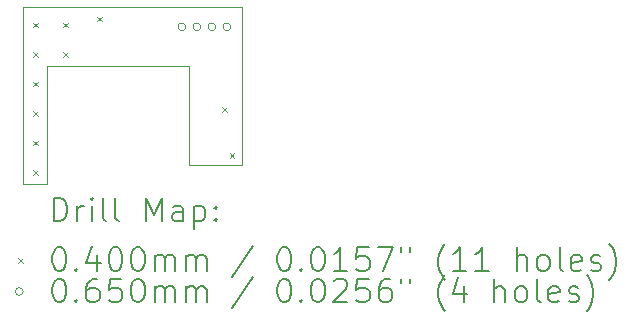
<source format=gbr>
%FSLAX45Y45*%
G04 Gerber Fmt 4.5, Leading zero omitted, Abs format (unit mm)*
G04 Created by KiCad (PCBNEW (6.0.6)) date 2022-07-17 20:24:15*
%MOMM*%
%LPD*%
G01*
G04 APERTURE LIST*
%TA.AperFunction,Profile*%
%ADD10C,0.050000*%
%TD*%
%ADD11C,0.200000*%
%ADD12C,0.040000*%
%ADD13C,0.065000*%
G04 APERTURE END LIST*
D10*
X16050000Y-9338000D02*
X15600000Y-9338000D01*
X14400000Y-8500000D02*
X15600000Y-8500000D01*
X14200000Y-9500000D02*
X14200000Y-8000000D01*
X14400000Y-9500000D02*
X14400000Y-8500000D01*
X15600000Y-8500000D02*
X15600000Y-9338000D01*
X14400000Y-9500000D02*
X14200000Y-9500000D01*
X16050000Y-8000000D02*
X16050000Y-9338000D01*
X14200000Y-8000000D02*
X16050000Y-8000000D01*
D11*
D12*
X14280000Y-8130000D02*
X14320000Y-8170000D01*
X14320000Y-8130000D02*
X14280000Y-8170000D01*
X14280000Y-8380000D02*
X14320000Y-8420000D01*
X14320000Y-8380000D02*
X14280000Y-8420000D01*
X14280000Y-8630000D02*
X14320000Y-8670000D01*
X14320000Y-8630000D02*
X14280000Y-8670000D01*
X14280000Y-8880000D02*
X14320000Y-8920000D01*
X14320000Y-8880000D02*
X14280000Y-8920000D01*
X14280000Y-9130000D02*
X14320000Y-9170000D01*
X14320000Y-9130000D02*
X14280000Y-9170000D01*
X14280000Y-9380000D02*
X14320000Y-9420000D01*
X14320000Y-9380000D02*
X14280000Y-9420000D01*
X14534000Y-8130000D02*
X14574000Y-8170000D01*
X14574000Y-8130000D02*
X14534000Y-8170000D01*
X14534000Y-8380000D02*
X14574000Y-8420000D01*
X14574000Y-8380000D02*
X14534000Y-8420000D01*
X14822000Y-8080000D02*
X14862000Y-8120000D01*
X14862000Y-8080000D02*
X14822000Y-8120000D01*
X15880000Y-8847000D02*
X15920000Y-8887000D01*
X15920000Y-8847000D02*
X15880000Y-8887000D01*
X15946000Y-9238000D02*
X15986000Y-9278000D01*
X15986000Y-9238000D02*
X15946000Y-9278000D01*
D13*
X15573500Y-8167000D02*
G75*
G03*
X15573500Y-8167000I-32500J0D01*
G01*
X15700500Y-8167000D02*
G75*
G03*
X15700500Y-8167000I-32500J0D01*
G01*
X15827500Y-8167000D02*
G75*
G03*
X15827500Y-8167000I-32500J0D01*
G01*
X15954500Y-8167000D02*
G75*
G03*
X15954500Y-8167000I-32500J0D01*
G01*
D11*
X14455119Y-9812976D02*
X14455119Y-9612976D01*
X14502738Y-9612976D01*
X14531309Y-9622500D01*
X14550357Y-9641548D01*
X14559881Y-9660595D01*
X14569405Y-9698690D01*
X14569405Y-9727262D01*
X14559881Y-9765357D01*
X14550357Y-9784405D01*
X14531309Y-9803452D01*
X14502738Y-9812976D01*
X14455119Y-9812976D01*
X14655119Y-9812976D02*
X14655119Y-9679643D01*
X14655119Y-9717738D02*
X14664643Y-9698690D01*
X14674167Y-9689167D01*
X14693214Y-9679643D01*
X14712262Y-9679643D01*
X14778928Y-9812976D02*
X14778928Y-9679643D01*
X14778928Y-9612976D02*
X14769405Y-9622500D01*
X14778928Y-9632024D01*
X14788452Y-9622500D01*
X14778928Y-9612976D01*
X14778928Y-9632024D01*
X14902738Y-9812976D02*
X14883690Y-9803452D01*
X14874167Y-9784405D01*
X14874167Y-9612976D01*
X15007500Y-9812976D02*
X14988452Y-9803452D01*
X14978928Y-9784405D01*
X14978928Y-9612976D01*
X15236071Y-9812976D02*
X15236071Y-9612976D01*
X15302738Y-9755833D01*
X15369405Y-9612976D01*
X15369405Y-9812976D01*
X15550357Y-9812976D02*
X15550357Y-9708214D01*
X15540833Y-9689167D01*
X15521786Y-9679643D01*
X15483690Y-9679643D01*
X15464643Y-9689167D01*
X15550357Y-9803452D02*
X15531309Y-9812976D01*
X15483690Y-9812976D01*
X15464643Y-9803452D01*
X15455119Y-9784405D01*
X15455119Y-9765357D01*
X15464643Y-9746310D01*
X15483690Y-9736786D01*
X15531309Y-9736786D01*
X15550357Y-9727262D01*
X15645595Y-9679643D02*
X15645595Y-9879643D01*
X15645595Y-9689167D02*
X15664643Y-9679643D01*
X15702738Y-9679643D01*
X15721786Y-9689167D01*
X15731309Y-9698690D01*
X15740833Y-9717738D01*
X15740833Y-9774881D01*
X15731309Y-9793929D01*
X15721786Y-9803452D01*
X15702738Y-9812976D01*
X15664643Y-9812976D01*
X15645595Y-9803452D01*
X15826548Y-9793929D02*
X15836071Y-9803452D01*
X15826548Y-9812976D01*
X15817024Y-9803452D01*
X15826548Y-9793929D01*
X15826548Y-9812976D01*
X15826548Y-9689167D02*
X15836071Y-9698690D01*
X15826548Y-9708214D01*
X15817024Y-9698690D01*
X15826548Y-9689167D01*
X15826548Y-9708214D01*
D12*
X14157500Y-10122500D02*
X14197500Y-10162500D01*
X14197500Y-10122500D02*
X14157500Y-10162500D01*
D11*
X14493214Y-10032976D02*
X14512262Y-10032976D01*
X14531309Y-10042500D01*
X14540833Y-10052024D01*
X14550357Y-10071071D01*
X14559881Y-10109167D01*
X14559881Y-10156786D01*
X14550357Y-10194881D01*
X14540833Y-10213929D01*
X14531309Y-10223452D01*
X14512262Y-10232976D01*
X14493214Y-10232976D01*
X14474167Y-10223452D01*
X14464643Y-10213929D01*
X14455119Y-10194881D01*
X14445595Y-10156786D01*
X14445595Y-10109167D01*
X14455119Y-10071071D01*
X14464643Y-10052024D01*
X14474167Y-10042500D01*
X14493214Y-10032976D01*
X14645595Y-10213929D02*
X14655119Y-10223452D01*
X14645595Y-10232976D01*
X14636071Y-10223452D01*
X14645595Y-10213929D01*
X14645595Y-10232976D01*
X14826548Y-10099643D02*
X14826548Y-10232976D01*
X14778928Y-10023452D02*
X14731309Y-10166310D01*
X14855119Y-10166310D01*
X14969405Y-10032976D02*
X14988452Y-10032976D01*
X15007500Y-10042500D01*
X15017024Y-10052024D01*
X15026548Y-10071071D01*
X15036071Y-10109167D01*
X15036071Y-10156786D01*
X15026548Y-10194881D01*
X15017024Y-10213929D01*
X15007500Y-10223452D01*
X14988452Y-10232976D01*
X14969405Y-10232976D01*
X14950357Y-10223452D01*
X14940833Y-10213929D01*
X14931309Y-10194881D01*
X14921786Y-10156786D01*
X14921786Y-10109167D01*
X14931309Y-10071071D01*
X14940833Y-10052024D01*
X14950357Y-10042500D01*
X14969405Y-10032976D01*
X15159881Y-10032976D02*
X15178928Y-10032976D01*
X15197976Y-10042500D01*
X15207500Y-10052024D01*
X15217024Y-10071071D01*
X15226548Y-10109167D01*
X15226548Y-10156786D01*
X15217024Y-10194881D01*
X15207500Y-10213929D01*
X15197976Y-10223452D01*
X15178928Y-10232976D01*
X15159881Y-10232976D01*
X15140833Y-10223452D01*
X15131309Y-10213929D01*
X15121786Y-10194881D01*
X15112262Y-10156786D01*
X15112262Y-10109167D01*
X15121786Y-10071071D01*
X15131309Y-10052024D01*
X15140833Y-10042500D01*
X15159881Y-10032976D01*
X15312262Y-10232976D02*
X15312262Y-10099643D01*
X15312262Y-10118690D02*
X15321786Y-10109167D01*
X15340833Y-10099643D01*
X15369405Y-10099643D01*
X15388452Y-10109167D01*
X15397976Y-10128214D01*
X15397976Y-10232976D01*
X15397976Y-10128214D02*
X15407500Y-10109167D01*
X15426548Y-10099643D01*
X15455119Y-10099643D01*
X15474167Y-10109167D01*
X15483690Y-10128214D01*
X15483690Y-10232976D01*
X15578928Y-10232976D02*
X15578928Y-10099643D01*
X15578928Y-10118690D02*
X15588452Y-10109167D01*
X15607500Y-10099643D01*
X15636071Y-10099643D01*
X15655119Y-10109167D01*
X15664643Y-10128214D01*
X15664643Y-10232976D01*
X15664643Y-10128214D02*
X15674167Y-10109167D01*
X15693214Y-10099643D01*
X15721786Y-10099643D01*
X15740833Y-10109167D01*
X15750357Y-10128214D01*
X15750357Y-10232976D01*
X16140833Y-10023452D02*
X15969405Y-10280595D01*
X16397976Y-10032976D02*
X16417024Y-10032976D01*
X16436071Y-10042500D01*
X16445595Y-10052024D01*
X16455119Y-10071071D01*
X16464643Y-10109167D01*
X16464643Y-10156786D01*
X16455119Y-10194881D01*
X16445595Y-10213929D01*
X16436071Y-10223452D01*
X16417024Y-10232976D01*
X16397976Y-10232976D01*
X16378928Y-10223452D01*
X16369405Y-10213929D01*
X16359881Y-10194881D01*
X16350357Y-10156786D01*
X16350357Y-10109167D01*
X16359881Y-10071071D01*
X16369405Y-10052024D01*
X16378928Y-10042500D01*
X16397976Y-10032976D01*
X16550357Y-10213929D02*
X16559881Y-10223452D01*
X16550357Y-10232976D01*
X16540833Y-10223452D01*
X16550357Y-10213929D01*
X16550357Y-10232976D01*
X16683690Y-10032976D02*
X16702738Y-10032976D01*
X16721786Y-10042500D01*
X16731309Y-10052024D01*
X16740833Y-10071071D01*
X16750357Y-10109167D01*
X16750357Y-10156786D01*
X16740833Y-10194881D01*
X16731309Y-10213929D01*
X16721786Y-10223452D01*
X16702738Y-10232976D01*
X16683690Y-10232976D01*
X16664643Y-10223452D01*
X16655119Y-10213929D01*
X16645595Y-10194881D01*
X16636071Y-10156786D01*
X16636071Y-10109167D01*
X16645595Y-10071071D01*
X16655119Y-10052024D01*
X16664643Y-10042500D01*
X16683690Y-10032976D01*
X16940833Y-10232976D02*
X16826548Y-10232976D01*
X16883690Y-10232976D02*
X16883690Y-10032976D01*
X16864643Y-10061548D01*
X16845595Y-10080595D01*
X16826548Y-10090119D01*
X17121786Y-10032976D02*
X17026548Y-10032976D01*
X17017024Y-10128214D01*
X17026548Y-10118690D01*
X17045595Y-10109167D01*
X17093214Y-10109167D01*
X17112262Y-10118690D01*
X17121786Y-10128214D01*
X17131310Y-10147262D01*
X17131310Y-10194881D01*
X17121786Y-10213929D01*
X17112262Y-10223452D01*
X17093214Y-10232976D01*
X17045595Y-10232976D01*
X17026548Y-10223452D01*
X17017024Y-10213929D01*
X17197976Y-10032976D02*
X17331310Y-10032976D01*
X17245595Y-10232976D01*
X17397976Y-10032976D02*
X17397976Y-10071071D01*
X17474167Y-10032976D02*
X17474167Y-10071071D01*
X17769405Y-10309167D02*
X17759881Y-10299643D01*
X17740833Y-10271071D01*
X17731310Y-10252024D01*
X17721786Y-10223452D01*
X17712262Y-10175833D01*
X17712262Y-10137738D01*
X17721786Y-10090119D01*
X17731310Y-10061548D01*
X17740833Y-10042500D01*
X17759881Y-10013929D01*
X17769405Y-10004405D01*
X17950357Y-10232976D02*
X17836071Y-10232976D01*
X17893214Y-10232976D02*
X17893214Y-10032976D01*
X17874167Y-10061548D01*
X17855119Y-10080595D01*
X17836071Y-10090119D01*
X18140833Y-10232976D02*
X18026548Y-10232976D01*
X18083690Y-10232976D02*
X18083690Y-10032976D01*
X18064643Y-10061548D01*
X18045595Y-10080595D01*
X18026548Y-10090119D01*
X18378929Y-10232976D02*
X18378929Y-10032976D01*
X18464643Y-10232976D02*
X18464643Y-10128214D01*
X18455119Y-10109167D01*
X18436071Y-10099643D01*
X18407500Y-10099643D01*
X18388452Y-10109167D01*
X18378929Y-10118690D01*
X18588452Y-10232976D02*
X18569405Y-10223452D01*
X18559881Y-10213929D01*
X18550357Y-10194881D01*
X18550357Y-10137738D01*
X18559881Y-10118690D01*
X18569405Y-10109167D01*
X18588452Y-10099643D01*
X18617024Y-10099643D01*
X18636071Y-10109167D01*
X18645595Y-10118690D01*
X18655119Y-10137738D01*
X18655119Y-10194881D01*
X18645595Y-10213929D01*
X18636071Y-10223452D01*
X18617024Y-10232976D01*
X18588452Y-10232976D01*
X18769405Y-10232976D02*
X18750357Y-10223452D01*
X18740833Y-10204405D01*
X18740833Y-10032976D01*
X18921786Y-10223452D02*
X18902738Y-10232976D01*
X18864643Y-10232976D01*
X18845595Y-10223452D01*
X18836071Y-10204405D01*
X18836071Y-10128214D01*
X18845595Y-10109167D01*
X18864643Y-10099643D01*
X18902738Y-10099643D01*
X18921786Y-10109167D01*
X18931310Y-10128214D01*
X18931310Y-10147262D01*
X18836071Y-10166310D01*
X19007500Y-10223452D02*
X19026548Y-10232976D01*
X19064643Y-10232976D01*
X19083690Y-10223452D01*
X19093214Y-10204405D01*
X19093214Y-10194881D01*
X19083690Y-10175833D01*
X19064643Y-10166310D01*
X19036071Y-10166310D01*
X19017024Y-10156786D01*
X19007500Y-10137738D01*
X19007500Y-10128214D01*
X19017024Y-10109167D01*
X19036071Y-10099643D01*
X19064643Y-10099643D01*
X19083690Y-10109167D01*
X19159881Y-10309167D02*
X19169405Y-10299643D01*
X19188452Y-10271071D01*
X19197976Y-10252024D01*
X19207500Y-10223452D01*
X19217024Y-10175833D01*
X19217024Y-10137738D01*
X19207500Y-10090119D01*
X19197976Y-10061548D01*
X19188452Y-10042500D01*
X19169405Y-10013929D01*
X19159881Y-10004405D01*
D13*
X14197500Y-10406500D02*
G75*
G03*
X14197500Y-10406500I-32500J0D01*
G01*
D11*
X14493214Y-10296976D02*
X14512262Y-10296976D01*
X14531309Y-10306500D01*
X14540833Y-10316024D01*
X14550357Y-10335071D01*
X14559881Y-10373167D01*
X14559881Y-10420786D01*
X14550357Y-10458881D01*
X14540833Y-10477929D01*
X14531309Y-10487452D01*
X14512262Y-10496976D01*
X14493214Y-10496976D01*
X14474167Y-10487452D01*
X14464643Y-10477929D01*
X14455119Y-10458881D01*
X14445595Y-10420786D01*
X14445595Y-10373167D01*
X14455119Y-10335071D01*
X14464643Y-10316024D01*
X14474167Y-10306500D01*
X14493214Y-10296976D01*
X14645595Y-10477929D02*
X14655119Y-10487452D01*
X14645595Y-10496976D01*
X14636071Y-10487452D01*
X14645595Y-10477929D01*
X14645595Y-10496976D01*
X14826548Y-10296976D02*
X14788452Y-10296976D01*
X14769405Y-10306500D01*
X14759881Y-10316024D01*
X14740833Y-10344595D01*
X14731309Y-10382690D01*
X14731309Y-10458881D01*
X14740833Y-10477929D01*
X14750357Y-10487452D01*
X14769405Y-10496976D01*
X14807500Y-10496976D01*
X14826548Y-10487452D01*
X14836071Y-10477929D01*
X14845595Y-10458881D01*
X14845595Y-10411262D01*
X14836071Y-10392214D01*
X14826548Y-10382690D01*
X14807500Y-10373167D01*
X14769405Y-10373167D01*
X14750357Y-10382690D01*
X14740833Y-10392214D01*
X14731309Y-10411262D01*
X15026548Y-10296976D02*
X14931309Y-10296976D01*
X14921786Y-10392214D01*
X14931309Y-10382690D01*
X14950357Y-10373167D01*
X14997976Y-10373167D01*
X15017024Y-10382690D01*
X15026548Y-10392214D01*
X15036071Y-10411262D01*
X15036071Y-10458881D01*
X15026548Y-10477929D01*
X15017024Y-10487452D01*
X14997976Y-10496976D01*
X14950357Y-10496976D01*
X14931309Y-10487452D01*
X14921786Y-10477929D01*
X15159881Y-10296976D02*
X15178928Y-10296976D01*
X15197976Y-10306500D01*
X15207500Y-10316024D01*
X15217024Y-10335071D01*
X15226548Y-10373167D01*
X15226548Y-10420786D01*
X15217024Y-10458881D01*
X15207500Y-10477929D01*
X15197976Y-10487452D01*
X15178928Y-10496976D01*
X15159881Y-10496976D01*
X15140833Y-10487452D01*
X15131309Y-10477929D01*
X15121786Y-10458881D01*
X15112262Y-10420786D01*
X15112262Y-10373167D01*
X15121786Y-10335071D01*
X15131309Y-10316024D01*
X15140833Y-10306500D01*
X15159881Y-10296976D01*
X15312262Y-10496976D02*
X15312262Y-10363643D01*
X15312262Y-10382690D02*
X15321786Y-10373167D01*
X15340833Y-10363643D01*
X15369405Y-10363643D01*
X15388452Y-10373167D01*
X15397976Y-10392214D01*
X15397976Y-10496976D01*
X15397976Y-10392214D02*
X15407500Y-10373167D01*
X15426548Y-10363643D01*
X15455119Y-10363643D01*
X15474167Y-10373167D01*
X15483690Y-10392214D01*
X15483690Y-10496976D01*
X15578928Y-10496976D02*
X15578928Y-10363643D01*
X15578928Y-10382690D02*
X15588452Y-10373167D01*
X15607500Y-10363643D01*
X15636071Y-10363643D01*
X15655119Y-10373167D01*
X15664643Y-10392214D01*
X15664643Y-10496976D01*
X15664643Y-10392214D02*
X15674167Y-10373167D01*
X15693214Y-10363643D01*
X15721786Y-10363643D01*
X15740833Y-10373167D01*
X15750357Y-10392214D01*
X15750357Y-10496976D01*
X16140833Y-10287452D02*
X15969405Y-10544595D01*
X16397976Y-10296976D02*
X16417024Y-10296976D01*
X16436071Y-10306500D01*
X16445595Y-10316024D01*
X16455119Y-10335071D01*
X16464643Y-10373167D01*
X16464643Y-10420786D01*
X16455119Y-10458881D01*
X16445595Y-10477929D01*
X16436071Y-10487452D01*
X16417024Y-10496976D01*
X16397976Y-10496976D01*
X16378928Y-10487452D01*
X16369405Y-10477929D01*
X16359881Y-10458881D01*
X16350357Y-10420786D01*
X16350357Y-10373167D01*
X16359881Y-10335071D01*
X16369405Y-10316024D01*
X16378928Y-10306500D01*
X16397976Y-10296976D01*
X16550357Y-10477929D02*
X16559881Y-10487452D01*
X16550357Y-10496976D01*
X16540833Y-10487452D01*
X16550357Y-10477929D01*
X16550357Y-10496976D01*
X16683690Y-10296976D02*
X16702738Y-10296976D01*
X16721786Y-10306500D01*
X16731309Y-10316024D01*
X16740833Y-10335071D01*
X16750357Y-10373167D01*
X16750357Y-10420786D01*
X16740833Y-10458881D01*
X16731309Y-10477929D01*
X16721786Y-10487452D01*
X16702738Y-10496976D01*
X16683690Y-10496976D01*
X16664643Y-10487452D01*
X16655119Y-10477929D01*
X16645595Y-10458881D01*
X16636071Y-10420786D01*
X16636071Y-10373167D01*
X16645595Y-10335071D01*
X16655119Y-10316024D01*
X16664643Y-10306500D01*
X16683690Y-10296976D01*
X16826548Y-10316024D02*
X16836071Y-10306500D01*
X16855119Y-10296976D01*
X16902738Y-10296976D01*
X16921786Y-10306500D01*
X16931310Y-10316024D01*
X16940833Y-10335071D01*
X16940833Y-10354119D01*
X16931310Y-10382690D01*
X16817024Y-10496976D01*
X16940833Y-10496976D01*
X17121786Y-10296976D02*
X17026548Y-10296976D01*
X17017024Y-10392214D01*
X17026548Y-10382690D01*
X17045595Y-10373167D01*
X17093214Y-10373167D01*
X17112262Y-10382690D01*
X17121786Y-10392214D01*
X17131310Y-10411262D01*
X17131310Y-10458881D01*
X17121786Y-10477929D01*
X17112262Y-10487452D01*
X17093214Y-10496976D01*
X17045595Y-10496976D01*
X17026548Y-10487452D01*
X17017024Y-10477929D01*
X17302738Y-10296976D02*
X17264643Y-10296976D01*
X17245595Y-10306500D01*
X17236071Y-10316024D01*
X17217024Y-10344595D01*
X17207500Y-10382690D01*
X17207500Y-10458881D01*
X17217024Y-10477929D01*
X17226548Y-10487452D01*
X17245595Y-10496976D01*
X17283690Y-10496976D01*
X17302738Y-10487452D01*
X17312262Y-10477929D01*
X17321786Y-10458881D01*
X17321786Y-10411262D01*
X17312262Y-10392214D01*
X17302738Y-10382690D01*
X17283690Y-10373167D01*
X17245595Y-10373167D01*
X17226548Y-10382690D01*
X17217024Y-10392214D01*
X17207500Y-10411262D01*
X17397976Y-10296976D02*
X17397976Y-10335071D01*
X17474167Y-10296976D02*
X17474167Y-10335071D01*
X17769405Y-10573167D02*
X17759881Y-10563643D01*
X17740833Y-10535071D01*
X17731310Y-10516024D01*
X17721786Y-10487452D01*
X17712262Y-10439833D01*
X17712262Y-10401738D01*
X17721786Y-10354119D01*
X17731310Y-10325548D01*
X17740833Y-10306500D01*
X17759881Y-10277929D01*
X17769405Y-10268405D01*
X17931310Y-10363643D02*
X17931310Y-10496976D01*
X17883690Y-10287452D02*
X17836071Y-10430310D01*
X17959881Y-10430310D01*
X18188452Y-10496976D02*
X18188452Y-10296976D01*
X18274167Y-10496976D02*
X18274167Y-10392214D01*
X18264643Y-10373167D01*
X18245595Y-10363643D01*
X18217024Y-10363643D01*
X18197976Y-10373167D01*
X18188452Y-10382690D01*
X18397976Y-10496976D02*
X18378929Y-10487452D01*
X18369405Y-10477929D01*
X18359881Y-10458881D01*
X18359881Y-10401738D01*
X18369405Y-10382690D01*
X18378929Y-10373167D01*
X18397976Y-10363643D01*
X18426548Y-10363643D01*
X18445595Y-10373167D01*
X18455119Y-10382690D01*
X18464643Y-10401738D01*
X18464643Y-10458881D01*
X18455119Y-10477929D01*
X18445595Y-10487452D01*
X18426548Y-10496976D01*
X18397976Y-10496976D01*
X18578929Y-10496976D02*
X18559881Y-10487452D01*
X18550357Y-10468405D01*
X18550357Y-10296976D01*
X18731310Y-10487452D02*
X18712262Y-10496976D01*
X18674167Y-10496976D01*
X18655119Y-10487452D01*
X18645595Y-10468405D01*
X18645595Y-10392214D01*
X18655119Y-10373167D01*
X18674167Y-10363643D01*
X18712262Y-10363643D01*
X18731310Y-10373167D01*
X18740833Y-10392214D01*
X18740833Y-10411262D01*
X18645595Y-10430310D01*
X18817024Y-10487452D02*
X18836071Y-10496976D01*
X18874167Y-10496976D01*
X18893214Y-10487452D01*
X18902738Y-10468405D01*
X18902738Y-10458881D01*
X18893214Y-10439833D01*
X18874167Y-10430310D01*
X18845595Y-10430310D01*
X18826548Y-10420786D01*
X18817024Y-10401738D01*
X18817024Y-10392214D01*
X18826548Y-10373167D01*
X18845595Y-10363643D01*
X18874167Y-10363643D01*
X18893214Y-10373167D01*
X18969405Y-10573167D02*
X18978929Y-10563643D01*
X18997976Y-10535071D01*
X19007500Y-10516024D01*
X19017024Y-10487452D01*
X19026548Y-10439833D01*
X19026548Y-10401738D01*
X19017024Y-10354119D01*
X19007500Y-10325548D01*
X18997976Y-10306500D01*
X18978929Y-10277929D01*
X18969405Y-10268405D01*
M02*

</source>
